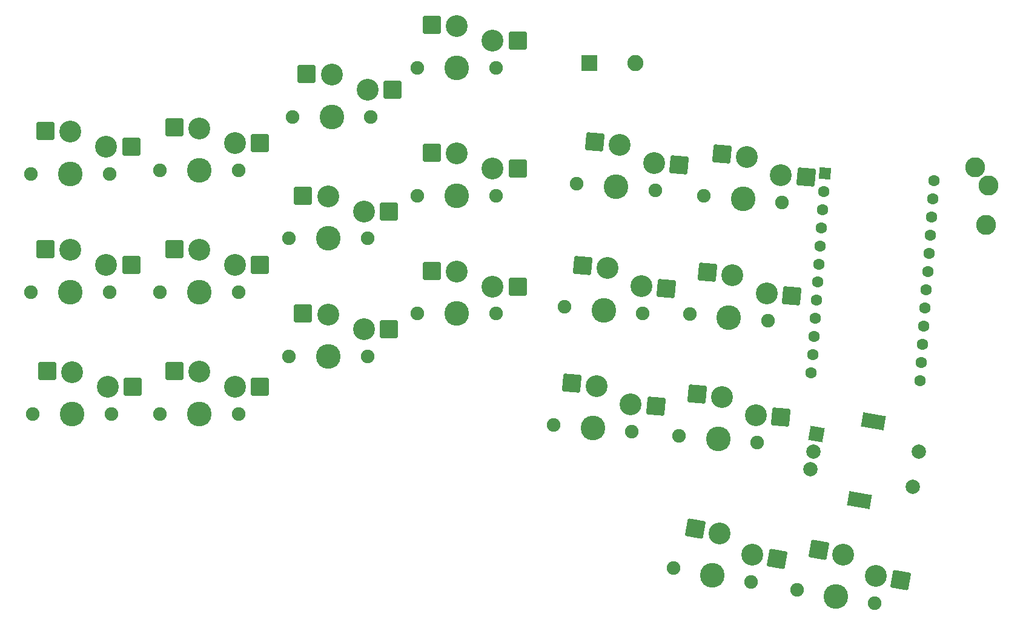
<source format=gbr>
%TF.GenerationSoftware,KiCad,Pcbnew,9.0.6-1.fc43*%
%TF.CreationDate,2026-01-15T13:12:57-05:00*%
%TF.ProjectId,Left,4c656674-2e6b-4696-9361-645f70636258,rev?*%
%TF.SameCoordinates,Original*%
%TF.FileFunction,Soldermask,Bot*%
%TF.FilePolarity,Negative*%
%FSLAX46Y46*%
G04 Gerber Fmt 4.6, Leading zero omitted, Abs format (unit mm)*
G04 Created by KiCad (PCBNEW 9.0.6-1.fc43) date 2026-01-15 13:12:57*
%MOMM*%
%LPD*%
G01*
G04 APERTURE LIST*
G04 Aperture macros list*
%AMRoundRect*
0 Rectangle with rounded corners*
0 $1 Rounding radius*
0 $2 $3 $4 $5 $6 $7 $8 $9 X,Y pos of 4 corners*
0 Add a 4 corners polygon primitive as box body*
4,1,4,$2,$3,$4,$5,$6,$7,$8,$9,$2,$3,0*
0 Add four circle primitives for the rounded corners*
1,1,$1+$1,$2,$3*
1,1,$1+$1,$4,$5*
1,1,$1+$1,$6,$7*
1,1,$1+$1,$8,$9*
0 Add four rect primitives between the rounded corners*
20,1,$1+$1,$2,$3,$4,$5,0*
20,1,$1+$1,$4,$5,$6,$7,0*
20,1,$1+$1,$6,$7,$8,$9,0*
20,1,$1+$1,$8,$9,$2,$3,0*%
%AMHorizOval*
0 Thick line with rounded ends*
0 $1 width*
0 $2 $3 position (X,Y) of the first rounded end (center of the circle)*
0 $4 $5 position (X,Y) of the second rounded end (center of the circle)*
0 Add line between two ends*
20,1,$1,$2,$3,$4,$5,0*
0 Add two circle primitives to create the rounded ends*
1,1,$1,$2,$3*
1,1,$1,$4,$5*%
%AMRotRect*
0 Rectangle, with rotation*
0 The origin of the aperture is its center*
0 $1 length*
0 $2 width*
0 $3 Rotation angle, in degrees counterclockwise*
0 Add horizontal line*
21,1,$1,$2,0,0,$3*%
G04 Aperture macros list end*
%ADD10C,1.900000*%
%ADD11C,3.050000*%
%ADD12C,3.450000*%
%ADD13RoundRect,0.250000X-1.108255X-0.906860X0.933944X-1.085529X1.108255X0.906860X-0.933944X1.085529X0*%
%ADD14RoundRect,0.250000X-1.183076X-0.806818X0.835780X-1.162797X1.183076X0.806818X-0.835780X1.162797X0*%
%ADD15RoundRect,0.250000X-1.025000X-1.000000X1.025000X-1.000000X1.025000X1.000000X-1.025000X1.000000X0*%
%ADD16RotRect,1.600000X1.600000X176.000000*%
%ADD17HorizOval,1.600000X0.000000X0.000000X0.000000X0.000000X0*%
%ADD18R,2.250000X2.250000*%
%ADD19C,2.250000*%
%ADD20C,2.800000*%
%ADD21RotRect,2.000000X2.000000X350.000000*%
%ADD22C,2.000000*%
%ADD23RotRect,3.200000X2.000000X350.000000*%
G04 APERTURE END LIST*
D10*
%TO.C,S12*%
X241041858Y-95041286D03*
D11*
X247035148Y-89643094D03*
D12*
X246520929Y-95520643D03*
D11*
X251833094Y-92170882D03*
D10*
X252000000Y-96000000D03*
D13*
X243557182Y-89238430D03*
X255319776Y-92475927D03*
%TD*%
D10*
%TO.C,S20*%
X256083557Y-133544935D03*
D11*
X262524524Y-128689634D03*
D12*
X261500000Y-134500000D03*
D11*
X267083902Y-131625971D03*
D10*
X266916443Y-135455065D03*
D14*
X259095062Y-127983385D03*
X270530729Y-132233740D03*
%TD*%
D10*
%TO.C,S17*%
X222020929Y-110520643D03*
D11*
X228014219Y-105122451D03*
D12*
X227500000Y-111000000D03*
D11*
X232812165Y-107650239D03*
D10*
X232979071Y-111479357D03*
D13*
X224536253Y-104717787D03*
X236298847Y-107955284D03*
%TD*%
D10*
%TO.C,S10*%
X203000000Y-78500000D03*
D11*
X208500000Y-72600000D03*
D12*
X208500000Y-78500000D03*
D11*
X213500000Y-74700000D03*
D10*
X214000000Y-78500000D03*
D15*
X205000000Y-72500000D03*
X217000000Y-74700000D03*
%TD*%
D10*
%TO.C,S5*%
X225276968Y-76807849D03*
D11*
X231270258Y-71409657D03*
D12*
X230756039Y-77287206D03*
D11*
X236068204Y-73937445D03*
D10*
X236235110Y-77766563D03*
D13*
X227792292Y-71004993D03*
X239554886Y-74242490D03*
%TD*%
D10*
%TO.C,S1*%
X149000000Y-75500000D03*
D11*
X154500000Y-69600000D03*
D12*
X154500000Y-75500000D03*
D11*
X159500000Y-71700000D03*
D10*
X160000000Y-75500000D03*
D15*
X151000000Y-69500000D03*
X163000000Y-71700000D03*
%TD*%
D10*
%TO.C,S11*%
X223541858Y-94041286D03*
D11*
X229535148Y-88643094D03*
D12*
X229020929Y-94520643D03*
D11*
X234333094Y-91170882D03*
D10*
X234500000Y-95000000D03*
D13*
X226057182Y-88238430D03*
X237819776Y-91475927D03*
%TD*%
D10*
%TO.C,S19*%
X238806194Y-130544935D03*
D11*
X245247161Y-125689634D03*
D12*
X244222637Y-131500000D03*
D11*
X249806539Y-128625971D03*
D10*
X249639080Y-132455065D03*
D14*
X241817699Y-124983385D03*
X253253366Y-129233740D03*
%TD*%
D16*
%TO.C,U1*%
X260000000Y-75398562D03*
D17*
X259822819Y-77932375D03*
X259645638Y-80466186D03*
X259468457Y-83000000D03*
X259291275Y-85533812D03*
X259114094Y-88067624D03*
X258936913Y-90601439D03*
X258759731Y-93135251D03*
X258582548Y-95669063D03*
X258405367Y-98202876D03*
X258228186Y-100736689D03*
X258051005Y-103270500D03*
X273253881Y-104333590D03*
X273431063Y-101799777D03*
X273608243Y-99265965D03*
X273785425Y-96732152D03*
X273962605Y-94198339D03*
X274139789Y-91664526D03*
X274316971Y-89130714D03*
X274494151Y-86596901D03*
X274671333Y-84063088D03*
X274848513Y-81529276D03*
X275025695Y-78995463D03*
X275202877Y-76461651D03*
%TD*%
D10*
%TO.C,S8*%
X167000000Y-92000000D03*
D11*
X172500000Y-86100000D03*
D12*
X172500000Y-92000000D03*
D11*
X177500000Y-88200000D03*
D10*
X178000000Y-92000000D03*
D15*
X169000000Y-86000000D03*
X181000000Y-88200000D03*
%TD*%
D10*
%TO.C,S4*%
X203000000Y-60700000D03*
D11*
X208500000Y-54800000D03*
D12*
X208500000Y-60700000D03*
D11*
X213500000Y-56900000D03*
D10*
X214000000Y-60700000D03*
D15*
X205000000Y-54700000D03*
X217000000Y-56900000D03*
%TD*%
D18*
%TO.C,SW2*%
X227000000Y-60000000D03*
D19*
X233500000Y-60000000D03*
%TD*%
D10*
%TO.C,S6*%
X243020929Y-78520643D03*
D11*
X249014219Y-73122451D03*
D12*
X248500000Y-79000000D03*
D11*
X253812165Y-75650239D03*
D10*
X253979071Y-79479357D03*
D13*
X245536253Y-72717787D03*
X257298847Y-75955284D03*
%TD*%
D10*
%TO.C,S13*%
X149225000Y-109050000D03*
D11*
X154725000Y-103150000D03*
D12*
X154725000Y-109050000D03*
D11*
X159725000Y-105250000D03*
D10*
X160225000Y-109050000D03*
D15*
X151225000Y-103050000D03*
X163225000Y-105250000D03*
%TD*%
D10*
%TO.C,S15*%
X185000000Y-101000000D03*
D11*
X190500000Y-95100000D03*
D12*
X190500000Y-101000000D03*
D11*
X195500000Y-97200000D03*
D10*
X196000000Y-101000000D03*
D15*
X187000000Y-95000000D03*
X199000000Y-97200000D03*
%TD*%
D10*
%TO.C,S3*%
X185500000Y-67500000D03*
D11*
X191000000Y-61600000D03*
D12*
X191000000Y-67500000D03*
D11*
X196000000Y-63700000D03*
D10*
X196500000Y-67500000D03*
D15*
X187500000Y-61500000D03*
X199500000Y-63700000D03*
%TD*%
D20*
%TO.C,J1*%
X282444051Y-82620270D03*
X281000000Y-74600000D03*
X282827713Y-77133667D03*
%TD*%
D10*
%TO.C,S9*%
X185000000Y-84500000D03*
D11*
X190500000Y-78600000D03*
D12*
X190500000Y-84500000D03*
D11*
X195500000Y-80700000D03*
D10*
X196000000Y-84500000D03*
D15*
X187000000Y-78500000D03*
X199000000Y-80700000D03*
%TD*%
D10*
%TO.C,S7*%
X149000000Y-92000000D03*
D11*
X154500000Y-86100000D03*
D12*
X154500000Y-92000000D03*
D11*
X159500000Y-88200000D03*
D10*
X160000000Y-92000000D03*
D15*
X151000000Y-86000000D03*
X163000000Y-88200000D03*
%TD*%
D10*
%TO.C,S14*%
X167000000Y-109000000D03*
D11*
X172500000Y-103100000D03*
D12*
X172500000Y-109000000D03*
D11*
X177500000Y-105200000D03*
D10*
X178000000Y-109000000D03*
D15*
X169000000Y-103000000D03*
X181000000Y-105200000D03*
%TD*%
D10*
%TO.C,S2*%
X167000000Y-75000000D03*
D11*
X172500000Y-69100000D03*
D12*
X172500000Y-75000000D03*
D11*
X177500000Y-71200000D03*
D10*
X178000000Y-75000000D03*
D15*
X169000000Y-69000000D03*
X181000000Y-71200000D03*
%TD*%
D21*
%TO.C,SW1*%
X258794265Y-111779031D03*
D22*
X257926024Y-116703070D03*
X258360145Y-114241050D03*
D23*
X266718632Y-110028488D03*
X264773773Y-121058335D03*
D22*
X272205737Y-119220968D03*
X273073977Y-114296930D03*
%TD*%
D10*
%TO.C,S16*%
X203000000Y-95000000D03*
D11*
X208500000Y-89100000D03*
D12*
X208500000Y-95000000D03*
D11*
X213500000Y-91200000D03*
D10*
X214000000Y-95000000D03*
D15*
X205000000Y-89000000D03*
X217000000Y-91200000D03*
%TD*%
D10*
%TO.C,S18*%
X239541858Y-112041286D03*
D11*
X245535148Y-106643094D03*
D12*
X245020929Y-112520643D03*
D11*
X250333094Y-109170882D03*
D10*
X250500000Y-113000000D03*
D13*
X242057182Y-106238430D03*
X253819776Y-109475927D03*
%TD*%
M02*

</source>
